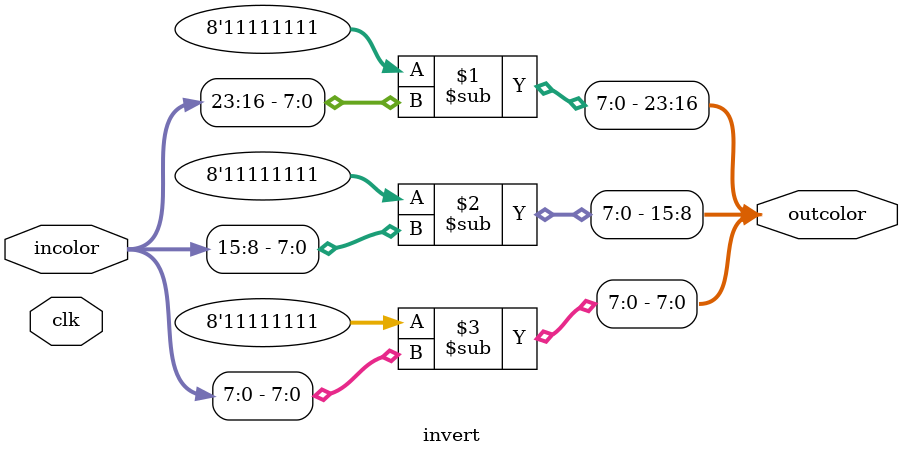
<source format=sv>
module invert(input clk, input logic[23:0] incolor, output logic[23:0] outcolor);

//always_ff@(posedge clk) begin
assign outcolor[23:16] = 8'hff - incolor[23:16];
assign outcolor[15:8] = 8'hff - incolor[15:8];
assign outcolor[7:0] = 8'hff - incolor[7:0];
//end

endmodule
</source>
